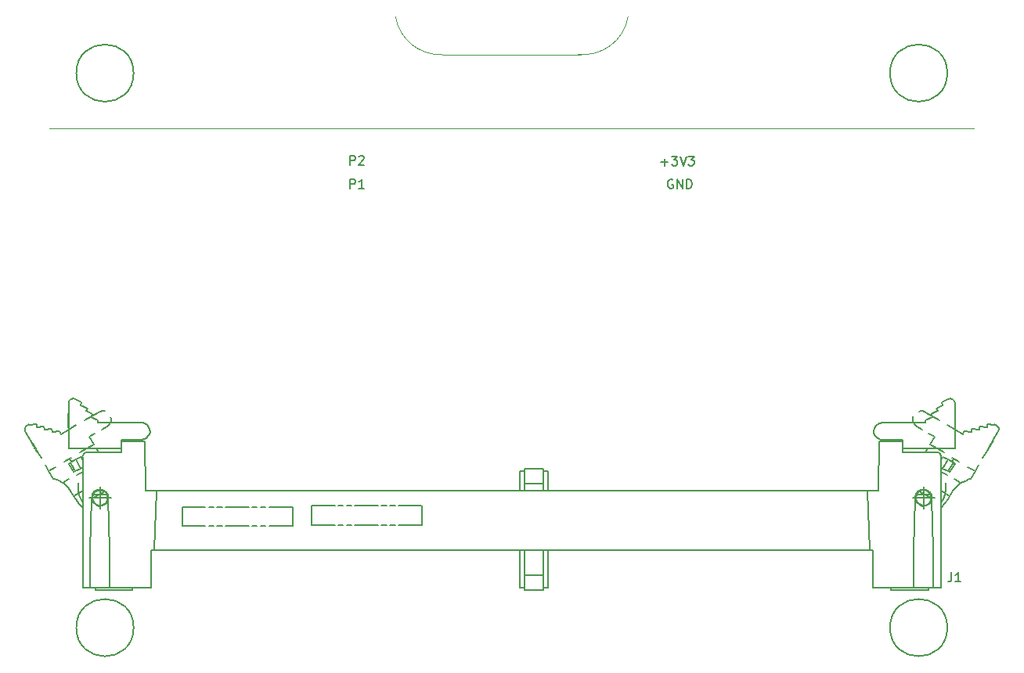
<source format=gbr>
G04 #@! TF.GenerationSoftware,KiCad,Pcbnew,5.0.2-bee76a0~70~ubuntu18.04.1*
G04 #@! TF.CreationDate,2020-04-09T14:35:26+02:00*
G04 #@! TF.ProjectId,ModulAdapter,4d6f6475-6c41-4646-9170-7465722e6b69,rev?*
G04 #@! TF.SameCoordinates,Original*
G04 #@! TF.FileFunction,Legend,Top*
G04 #@! TF.FilePolarity,Positive*
%FSLAX46Y46*%
G04 Gerber Fmt 4.6, Leading zero omitted, Abs format (unit mm)*
G04 Created by KiCad (PCBNEW 5.0.2-bee76a0~70~ubuntu18.04.1) date Do 09 Apr 2020 14:35:26 CEST*
%MOMM*%
%LPD*%
G01*
G04 APERTURE LIST*
%ADD10C,0.100000*%
%ADD11C,0.150000*%
G04 APERTURE END LIST*
D10*
X107122908Y-71957735D02*
G75*
G03X112573000Y-67900000I624092J4850735D01*
G01*
X92451948Y-71993670D02*
G75*
G02X87427000Y-67900000I-198948J4886670D01*
G01*
X92500000Y-72000000D02*
X107500000Y-72000000D01*
X50000000Y-80000000D02*
X150000000Y-80000000D01*
D11*
G04 #@! TO.C,J1*
X143824978Y-119500400D02*
X143761378Y-119595600D01*
X144047398Y-119278320D02*
X143824978Y-119500400D01*
X145350108Y-119785940D02*
X145286508Y-119595580D01*
X145350108Y-120008040D02*
X145350108Y-119785940D01*
X144142718Y-119214830D02*
X144047418Y-119278330D01*
X144365138Y-119119630D02*
X144142718Y-119214830D01*
X144619328Y-119119630D02*
X144365138Y-119119630D01*
X144873508Y-119183130D02*
X144619328Y-119119630D01*
X145095928Y-119341770D02*
X144873508Y-119183130D01*
X145286568Y-119595580D02*
X145095928Y-119341770D01*
X145318338Y-120230150D02*
X145381938Y-120008060D01*
X145191248Y-120452240D02*
X145318338Y-120230150D01*
X144937058Y-120674330D02*
X145191248Y-120452240D01*
X144682868Y-120769530D02*
X144937058Y-120674330D01*
X144460458Y-120801230D02*
X144682868Y-120769530D01*
X144206268Y-120706030D02*
X144460458Y-120801230D01*
X143952078Y-120547390D02*
X144206268Y-120706030D01*
X143761438Y-120325300D02*
X143952078Y-120547390D01*
X143697838Y-120071490D02*
X143761438Y-120325300D01*
X143697838Y-119817680D02*
X143697838Y-120071490D01*
X143761438Y-119595580D02*
X143697838Y-119817680D01*
X145381888Y-120008040D02*
X144047398Y-119246590D01*
X53588427Y-115375870D02*
X53556677Y-115534500D01*
X53683747Y-115217230D02*
X53588427Y-115375870D01*
X53874388Y-115058600D02*
X53683747Y-115217230D01*
X54065028Y-115026900D02*
X53874388Y-115058600D01*
X56352744Y-120008020D02*
X56352716Y-119944580D01*
X56289174Y-120261830D02*
X56352744Y-120008020D01*
X56162075Y-120515650D02*
X56289174Y-120261830D01*
X55907893Y-120706010D02*
X56162075Y-120515650D01*
X55685473Y-120801210D02*
X55907893Y-120706010D01*
X55431291Y-120832910D02*
X55685473Y-120801210D01*
X55177101Y-120801210D02*
X55431291Y-120832910D01*
X54954689Y-120642570D02*
X55177101Y-120801210D01*
X54732270Y-120420480D02*
X54954689Y-120642570D01*
X54605179Y-120198400D02*
X54732270Y-120420480D01*
X54605222Y-119944640D02*
X54605179Y-120198400D01*
X54605222Y-119881140D02*
X54605222Y-119944640D01*
X54636972Y-119627330D02*
X54605222Y-119881140D01*
X54764070Y-119373520D02*
X54636972Y-119627330D01*
X55018253Y-119183150D02*
X54764070Y-119373520D01*
X55272443Y-119087950D02*
X55018253Y-119183150D01*
X55494854Y-119056250D02*
X55272443Y-119087950D01*
X55749044Y-119087950D02*
X55494854Y-119056250D01*
X56003234Y-119246590D02*
X55749044Y-119087950D01*
X56225646Y-119468680D02*
X56003234Y-119246590D01*
X56320966Y-119690760D02*
X56225646Y-119468680D01*
X56352716Y-119944580D02*
X56320966Y-119690760D01*
X146080868Y-115058620D02*
X145922008Y-115026920D01*
X146271508Y-115153820D02*
X146080868Y-115058620D01*
X146398608Y-115344180D02*
X146271508Y-115153820D01*
X146430408Y-115534540D02*
X146398608Y-115344180D01*
X145413718Y-120008020D02*
X145413658Y-119944580D01*
X145350118Y-120261830D02*
X145413718Y-120008020D01*
X145223028Y-120515650D02*
X145350118Y-120261830D01*
X144968838Y-120706010D02*
X145223028Y-120515650D01*
X144746418Y-120801210D02*
X144968838Y-120706010D01*
X144492228Y-120832910D02*
X144746418Y-120801210D01*
X144238038Y-120801210D02*
X144492228Y-120832910D01*
X144015628Y-120642570D02*
X144238038Y-120801210D01*
X143761438Y-120420480D02*
X144015628Y-120642570D01*
X143666138Y-120198400D02*
X143761438Y-120420480D01*
X143634388Y-119944640D02*
X143666138Y-120198400D01*
X143634388Y-119881140D02*
X143634388Y-119944640D01*
X143697988Y-119627330D02*
X143634388Y-119881140D01*
X143825078Y-119373520D02*
X143697988Y-119627330D01*
X144079268Y-119183150D02*
X143825078Y-119373520D01*
X144333458Y-119087950D02*
X144079268Y-119183150D01*
X144555868Y-119056250D02*
X144333458Y-119087950D01*
X144810058Y-119087950D02*
X144555868Y-119056250D01*
X145064248Y-119246590D02*
X144810058Y-119087950D01*
X145286658Y-119468680D02*
X145064248Y-119246590D01*
X145381958Y-119690760D02*
X145286658Y-119468680D01*
X145413658Y-119944580D02*
X145381958Y-119690760D01*
X137629158Y-125623700D02*
X137597458Y-125623700D01*
X138677688Y-125623700D02*
X139027198Y-125623700D01*
X137629158Y-125623700D02*
X137851578Y-125623700D01*
X137629158Y-125623700D02*
X137629158Y-125623700D01*
X138677688Y-125623700D02*
X137851578Y-125623700D01*
X138677688Y-125623700D02*
X138455278Y-119151410D01*
X137438518Y-125623700D02*
X137597388Y-125623700D01*
X137247878Y-125623700D02*
X137438518Y-125623700D01*
X137025468Y-125623700D02*
X137247878Y-125623700D01*
X136834828Y-125623700D02*
X137025468Y-125623700D01*
X136644188Y-125623700D02*
X136834828Y-125623700D01*
X136453548Y-125623700D02*
X136644188Y-125623700D01*
X136231138Y-125623700D02*
X136453548Y-125623700D01*
X136040498Y-125623700D02*
X136231138Y-125623700D01*
X135849858Y-125623700D02*
X136040498Y-125623700D01*
X135849858Y-125623700D02*
X135659218Y-125623700D01*
X146430408Y-115534540D02*
X146430408Y-129653020D01*
X143443698Y-125623700D02*
X143634338Y-119912860D01*
X145413658Y-119912860D02*
X145604298Y-125623700D01*
X60324397Y-113853010D02*
X57750749Y-113853010D01*
X60356168Y-119151410D02*
X61563561Y-119151410D01*
X54414539Y-125623700D02*
X54573408Y-119912860D01*
X101343908Y-129653020D02*
X100899076Y-129653020D01*
X101375678Y-129653020D02*
X101343908Y-129653020D01*
X103409178Y-129653020D02*
X103440948Y-129653020D01*
X100899076Y-125623700D02*
X100899076Y-129653020D01*
X101343905Y-129653020D02*
X101343905Y-125623700D01*
X56543356Y-129653020D02*
X60959869Y-129653020D01*
X54414539Y-129653020D02*
X53588427Y-129653020D01*
X54414539Y-129653020D02*
X56543356Y-129653020D01*
X54414539Y-129653020D02*
X54414539Y-125623700D01*
X56543356Y-125623700D02*
X56543356Y-129653020D01*
X53588427Y-129653020D02*
X53588427Y-115534540D01*
X60959869Y-125623700D02*
X60959869Y-129653020D01*
X56543356Y-125623700D02*
X56352716Y-119912860D01*
X143443698Y-129653020D02*
X145604298Y-129653020D01*
X143443698Y-129653020D02*
X139027198Y-129653020D01*
X143443698Y-129653020D02*
X143443698Y-125623700D01*
X139027198Y-125623700D02*
X139027198Y-129653020D01*
X54573408Y-115058640D02*
X54446310Y-115058640D01*
X55272421Y-115058640D02*
X54573408Y-115058640D01*
X55876114Y-115058640D02*
X57750749Y-115058640D01*
X54382768Y-115058640D02*
X54446338Y-115058640D01*
X54382768Y-115058640D02*
X54065028Y-115058640D01*
X61341150Y-125623700D02*
X61976614Y-125623700D01*
X61341150Y-125623700D02*
X61563561Y-119151410D01*
X63946569Y-125623700D02*
X64168980Y-125623700D01*
X63946569Y-125623700D02*
X63755928Y-125623700D01*
X64168980Y-125623700D02*
X93877147Y-125623700D01*
X63565288Y-125623700D02*
X63755928Y-125623700D01*
X63342876Y-125623700D02*
X63565288Y-125623700D01*
X63152236Y-125623700D02*
X63342876Y-125623700D01*
X62961595Y-125623700D02*
X62739176Y-125623700D01*
X62961595Y-125623700D02*
X63152236Y-125623700D01*
X62167254Y-125623700D02*
X61976614Y-125623700D01*
X62357895Y-125623700D02*
X62580314Y-125623700D01*
X62357895Y-125623700D02*
X62167254Y-125623700D01*
X62739176Y-125623700D02*
X62580314Y-125623700D01*
X145604298Y-129653020D02*
X146430408Y-129653020D01*
X61341150Y-125623700D02*
X60959869Y-125623700D01*
X145604298Y-125623700D02*
X145604298Y-129653020D01*
X135659218Y-125623700D02*
X106109920Y-125623700D01*
X145604298Y-115058640D02*
X145922028Y-115058640D01*
X142236318Y-115058640D02*
X144142718Y-115058640D01*
X135849858Y-119151410D02*
X106109920Y-119151410D01*
X139630888Y-119151410D02*
X139694488Y-113853010D01*
X138455278Y-119151410D02*
X137851578Y-119151410D01*
X138455278Y-119151410D02*
X139630888Y-119151410D01*
X137247878Y-119151410D02*
X137629158Y-119151410D01*
X136453548Y-119151410D02*
X136040498Y-119151410D01*
X137025468Y-119151410D02*
X136644188Y-119151410D01*
X137247878Y-119151410D02*
X137025468Y-119151410D01*
X137629158Y-119151410D02*
X137851578Y-119151410D01*
X136453548Y-119151410D02*
X136644188Y-119151410D01*
X135849858Y-119151410D02*
X136040498Y-119151410D01*
X57750749Y-114646180D02*
X57750749Y-113853010D01*
X55876114Y-115058640D02*
X55272421Y-115058640D01*
X57750749Y-115058640D02*
X57750749Y-114646180D01*
X64168980Y-119151410D02*
X98706710Y-119151410D01*
X63342876Y-119151410D02*
X62961595Y-119151410D01*
X63565288Y-119151410D02*
X63946569Y-119151410D01*
X61563561Y-119151410D02*
X62167254Y-119151410D01*
X60356168Y-119151410D02*
X60324418Y-113853010D01*
X62357895Y-119151410D02*
X62739176Y-119151410D01*
X62357895Y-119151410D02*
X62167254Y-119151410D01*
X62961595Y-119151410D02*
X62739176Y-119151410D01*
X101343905Y-117089160D02*
X101375675Y-117089160D01*
X63565288Y-119151410D02*
X63342876Y-119151410D01*
X64168980Y-119151410D02*
X63946569Y-119151410D01*
X103440951Y-117089160D02*
X103885779Y-117089160D01*
X103440951Y-117089160D02*
X103409181Y-117089160D01*
X103885779Y-119151410D02*
X103885779Y-117089160D01*
X103440951Y-117089160D02*
X103440951Y-119151410D01*
X101343905Y-117089160D02*
X100899076Y-117089160D01*
X104680115Y-119151410D02*
X104298834Y-119151410D01*
X104902529Y-119151410D02*
X105283810Y-119151410D01*
X104076420Y-119151410D02*
X100708436Y-119151410D01*
X104298834Y-119151410D02*
X104076420Y-119151410D01*
X104680115Y-119151410D02*
X104902529Y-119151410D01*
X101343905Y-117089160D02*
X101343905Y-119151410D01*
X100899076Y-119151410D02*
X100899076Y-117089160D01*
X105887505Y-119151410D02*
X105506224Y-119151410D01*
X105887505Y-119151410D02*
X106109920Y-119151410D01*
X105283810Y-119151410D02*
X105506224Y-119151410D01*
X100104741Y-119151410D02*
X100517795Y-119151410D01*
X99914100Y-119151410D02*
X99501045Y-119151410D01*
X100517795Y-119151410D02*
X100708436Y-119151410D01*
X99914100Y-119151410D02*
X100104741Y-119151410D01*
X98897350Y-119151410D02*
X99310405Y-119151410D01*
X98897350Y-119151410D02*
X98706710Y-119151410D01*
X99310405Y-119151410D02*
X99501045Y-119151410D01*
X94512616Y-125623700D02*
X94321976Y-125623700D01*
X98897350Y-125623700D02*
X98706710Y-125623700D01*
X100104741Y-125623700D02*
X99914100Y-125623700D01*
X100104741Y-125623700D02*
X100295381Y-125623700D01*
X99310405Y-125623700D02*
X99501045Y-125623700D01*
X99310405Y-125623700D02*
X98897350Y-125623700D01*
X99914100Y-125623700D02*
X99501045Y-125623700D01*
X100295381Y-125623700D02*
X100517795Y-125623700D01*
X95656460Y-125623700D02*
X95529366Y-125623700D01*
X95656460Y-125623700D02*
X98706710Y-125623700D01*
X95116311Y-125623700D02*
X95529366Y-125623700D01*
X94925671Y-125623700D02*
X95116311Y-125623700D01*
X94512616Y-125623700D02*
X94925671Y-125623700D01*
X93908921Y-125623700D02*
X93877151Y-125623700D01*
X94321976Y-125623700D02*
X93908921Y-125623700D01*
X100708436Y-125623700D02*
X100517795Y-125623700D01*
X103885779Y-125623700D02*
X100708436Y-125623700D01*
X104680115Y-125623700D02*
X104902529Y-125623700D01*
X104680115Y-125623700D02*
X104489475Y-125623700D01*
X54541630Y-111124500D02*
X55335971Y-110680320D01*
X53588427Y-115851810D02*
X53366015Y-115502810D01*
X53270695Y-115058640D02*
X54033257Y-114646180D01*
X51586701Y-116073890D02*
X52349263Y-115629720D01*
X52571682Y-109220910D02*
X52381042Y-109252610D01*
X52762323Y-109252610D02*
X52571682Y-109220910D01*
X52444583Y-116042170D02*
X52190401Y-115756630D01*
X53429543Y-120198400D02*
X53588405Y-120452210D01*
X53207124Y-119722490D02*
X53429543Y-120198400D01*
X53111804Y-119278320D02*
X53207124Y-119722490D01*
X53080054Y-118802410D02*
X53111804Y-119278320D01*
X54636930Y-119817680D02*
X54636930Y-120039760D01*
X54700500Y-119595580D02*
X54636930Y-119817680D01*
X56066755Y-119341770D02*
X55971435Y-119278270D01*
X56257395Y-119595580D02*
X56066755Y-119341770D01*
X67759381Y-122990370D02*
X67251009Y-122990370D01*
X68712584Y-122990370D02*
X68140662Y-122990370D01*
X52031531Y-111632130D02*
X52063281Y-111632130D01*
X52063302Y-111695580D02*
X52031552Y-111695580D01*
X52031531Y-111727310D02*
X52063281Y-111727310D01*
X52031531Y-111632130D02*
X52031531Y-111695630D01*
X52031531Y-111568670D02*
X52031531Y-111441770D01*
X52031531Y-111727310D02*
X52031531Y-111695610D01*
X52031531Y-111727310D02*
X52031531Y-111759010D01*
X52031531Y-111632130D02*
X52031531Y-111568630D01*
X48504659Y-114646180D02*
X48536430Y-114741380D01*
X48472909Y-114646180D02*
X48504659Y-114646180D01*
X48472909Y-114646180D02*
X48409339Y-114582680D01*
X49457883Y-112583980D02*
X49426133Y-112234940D01*
X50252216Y-112520480D02*
X49457883Y-112583980D01*
X50379315Y-117914060D02*
X50538177Y-117945760D01*
X90254976Y-122926910D02*
X87744875Y-122926910D01*
X72843128Y-120928110D02*
X73383279Y-120928110D01*
X71921703Y-120928110D02*
X72461847Y-120928110D01*
X52031531Y-111251410D02*
X52063281Y-111251410D01*
X52063302Y-111283130D02*
X52031552Y-111283130D01*
X52031531Y-111346590D02*
X52063281Y-111346590D01*
X52031531Y-111251410D02*
X52031531Y-111283110D01*
X52031531Y-111251410D02*
X52031531Y-111219710D01*
X52031531Y-111346590D02*
X52031531Y-111283090D01*
X67251009Y-120928110D02*
X67759381Y-120928110D01*
X64359621Y-120928110D02*
X66869727Y-120928110D01*
X143824978Y-119500400D02*
X143761378Y-119595600D01*
X144047398Y-119278320D02*
X143824978Y-119500400D01*
X145350108Y-119785940D02*
X145286508Y-119595580D01*
X145350108Y-120008040D02*
X145350108Y-119785940D01*
X144142718Y-119214830D02*
X144047418Y-119278330D01*
X144365138Y-119119630D02*
X144142718Y-119214830D01*
X147764848Y-109347790D02*
X147574208Y-109252590D01*
X147891938Y-109538150D02*
X147764848Y-109347790D01*
X147955538Y-109728510D02*
X147891938Y-109538150D01*
X147796668Y-115756630D02*
X147574248Y-116042170D01*
X146938758Y-119056230D02*
X146938758Y-118802410D01*
X146843458Y-119500400D02*
X146938758Y-119056230D01*
X144937058Y-120674330D02*
X145191248Y-120452240D01*
X144682868Y-120769530D02*
X144937058Y-120674330D01*
X144460458Y-120801230D02*
X144682868Y-120769530D01*
X144206268Y-120706030D02*
X144460458Y-120801230D01*
X143952078Y-120547390D02*
X144206268Y-120706030D01*
X143761438Y-120325300D02*
X143952078Y-120547390D01*
X53175375Y-120610850D02*
X53588427Y-121023290D01*
X52825865Y-120134940D02*
X53175375Y-120610850D01*
X56448036Y-112044580D02*
X56575135Y-111854210D01*
X50983008Y-118104420D02*
X50538177Y-117945780D01*
X51427839Y-118358210D02*
X50983008Y-118104420D01*
X51554930Y-118453410D02*
X51427839Y-118358210D01*
X52031531Y-118865870D02*
X51554930Y-118453410D01*
X52349263Y-119341770D02*
X52031531Y-118865870D01*
X56225624Y-112234940D02*
X56448036Y-112044580D01*
X55494833Y-110616840D02*
X55335971Y-110712060D01*
X55749023Y-110585140D02*
X55494833Y-110616840D01*
X55971463Y-110585140D02*
X55749023Y-110585140D01*
X48123378Y-113979950D02*
X48059829Y-113884720D01*
X48091628Y-114011650D02*
X48123378Y-113979950D01*
X48059850Y-113884740D02*
X48028100Y-113916440D01*
X145318338Y-110902410D02*
X146049128Y-110553420D01*
X145953808Y-114646180D02*
X142236318Y-114646180D01*
X143411928Y-111854210D02*
X144746418Y-111854210D01*
X143411928Y-111854210D02*
X140043948Y-111854210D01*
X145445428Y-111124500D02*
X145318338Y-110902410D01*
X52063302Y-111568630D02*
X52063302Y-111441770D01*
X52063302Y-111632080D02*
X52063302Y-111568630D01*
X52063302Y-111695610D02*
X52063302Y-111632080D01*
X52063302Y-111727330D02*
X52063302Y-111695610D01*
X52063302Y-111759030D02*
X52063302Y-111727330D01*
X52063302Y-111854210D02*
X52063302Y-111981130D01*
X52063302Y-111854210D02*
X52063302Y-111759010D01*
X52063302Y-112076260D02*
X52063302Y-111981110D01*
X52063302Y-112139760D02*
X52063302Y-112076260D01*
X147923758Y-112330120D02*
X147955558Y-112330120D01*
X147828438Y-115724900D02*
X147796638Y-115756600D01*
X52857643Y-115788350D02*
X52253943Y-116137350D01*
X52794094Y-117089160D02*
X53397786Y-116771890D01*
X146621048Y-115502810D02*
X146430408Y-115851810D01*
X145445428Y-111124500D02*
X144682868Y-110680320D01*
X144682868Y-115058640D02*
X144937058Y-114646180D01*
X55463062Y-121118470D02*
X55463062Y-118770690D01*
X49870935Y-117057430D02*
X50665276Y-116613250D01*
X49870935Y-117057430D02*
X50379315Y-117914060D01*
X54319218Y-113345380D02*
X54922911Y-112996380D01*
X54319218Y-113345380D02*
X54827591Y-114202010D01*
X48345810Y-114487550D02*
X48314060Y-114392350D01*
X48472909Y-114646180D02*
X48536479Y-114741380D01*
X48441131Y-114551000D02*
X48409381Y-114582700D01*
X73383279Y-122990370D02*
X72843128Y-122990370D01*
X76274659Y-122990370D02*
X73764560Y-122990370D01*
X48536451Y-114741360D02*
X48568201Y-114836560D01*
X48441131Y-114551000D02*
X48504701Y-114646200D01*
X47996308Y-113757830D02*
X47964558Y-113726130D01*
X52063302Y-110870680D02*
X52031552Y-110870680D01*
X52031531Y-110902410D02*
X52063281Y-110902410D01*
X52063302Y-110997590D02*
X52031552Y-110997590D01*
X52031531Y-110807230D02*
X52063281Y-110807230D01*
X52063302Y-111092770D02*
X52031552Y-111092770D01*
X52031531Y-111759030D02*
X52063281Y-111759030D01*
X52063302Y-111854210D02*
X52031552Y-111854210D01*
X52031531Y-111981130D02*
X52063281Y-111981130D01*
X69062094Y-120928110D02*
X71540422Y-120928110D01*
X68140662Y-120928110D02*
X68712584Y-120928110D01*
X52794094Y-117089160D02*
X52253943Y-116137350D01*
X52857643Y-115788350D02*
X53397786Y-116771890D01*
X50283995Y-112869500D02*
X50252245Y-112520480D01*
X51078328Y-112774300D02*
X50283995Y-112869500D01*
X51237198Y-113059840D02*
X51078328Y-112774300D01*
X52031531Y-110997590D02*
X52031531Y-110902390D01*
X52031531Y-112076310D02*
X52063281Y-112076310D01*
X52063302Y-112139760D02*
X52031552Y-112139760D01*
X52031531Y-112234940D02*
X52063281Y-112234940D01*
X52063302Y-112266670D02*
X52031552Y-112266670D01*
X52031531Y-112330120D02*
X52063281Y-112330120D01*
X52063302Y-111219680D02*
X52031552Y-111219680D01*
X142236318Y-114646180D02*
X142236318Y-113853010D01*
X142236318Y-115058640D02*
X142236318Y-114646180D01*
X52063302Y-110902390D02*
X52063302Y-110870710D01*
X52063302Y-110997570D02*
X52063302Y-110902390D01*
X52063302Y-111092770D02*
X52063302Y-110997570D01*
X52063302Y-111283130D02*
X52063302Y-111346630D01*
X52063302Y-110807230D02*
X52063302Y-109728510D01*
X52063302Y-112552210D02*
X52063302Y-114646180D01*
X54668729Y-110902410D02*
X53937937Y-110553420D01*
X54541630Y-111124500D02*
X54668729Y-110902410D01*
X54033257Y-114646180D02*
X52063302Y-114646180D01*
X52063302Y-112552210D02*
X52857643Y-112108030D01*
X47964529Y-113726110D02*
X47392607Y-112774300D01*
X48250490Y-114202010D02*
X48218740Y-114233710D01*
X56638677Y-119912860D02*
X54287447Y-119912860D01*
X144523998Y-121118470D02*
X144523998Y-118770690D01*
X143348378Y-119912860D02*
X145699618Y-119912860D01*
X52158623Y-115724900D02*
X52190373Y-115756600D01*
X76274659Y-120928110D02*
X76274659Y-122990370D01*
X73764560Y-120928110D02*
X76274659Y-120928110D01*
X47360836Y-112583940D02*
X47392586Y-112774300D01*
X47360837Y-112425300D02*
X47360836Y-112583940D01*
X47456157Y-112234940D02*
X47360837Y-112425300D01*
X47615026Y-112076350D02*
X47456157Y-112234940D01*
X47805667Y-112012850D02*
X47615026Y-112076350D01*
X87395367Y-122926910D02*
X86823445Y-122926910D01*
X82692899Y-122926910D02*
X82120977Y-122926910D01*
X86473937Y-122926910D02*
X85902016Y-122926910D01*
X53588427Y-116644980D02*
X53397786Y-116771890D01*
X147955538Y-110807230D02*
X147923738Y-110807230D01*
X56003213Y-110585140D02*
X55971463Y-110585140D01*
X56670427Y-111378310D02*
X56606885Y-111187950D01*
X56638705Y-111632130D02*
X56670427Y-111378310D01*
X56575135Y-111854210D02*
X56638705Y-111632130D01*
X52031531Y-112234940D02*
X52031531Y-112266640D01*
X52031531Y-112139760D02*
X52031531Y-112076260D01*
X52031531Y-112266670D02*
X52031531Y-112330170D01*
X52031531Y-112076310D02*
X52031531Y-111981110D01*
X52031531Y-112139760D02*
X52031531Y-112234960D01*
X52031531Y-111441790D02*
X52063281Y-111441770D01*
X52031531Y-111346590D02*
X52031531Y-111441790D01*
X52031531Y-110838960D02*
X52063281Y-110838960D01*
X52126852Y-117945780D02*
X51427839Y-118358230D01*
X53588427Y-117120880D02*
X52921185Y-117501600D01*
X48631751Y-114963400D02*
X48695341Y-114963460D01*
X48695321Y-115026940D02*
X48631751Y-114963400D01*
X48695321Y-115058640D02*
X48695321Y-115026940D01*
X52635224Y-117184360D02*
X52063302Y-116264250D01*
X52794094Y-117089160D02*
X52635224Y-117184360D01*
X54033257Y-114646180D02*
X57750749Y-114646180D01*
X55240650Y-111854210D02*
X55240650Y-111536950D01*
X56575135Y-111854210D02*
X55240650Y-111854210D01*
X57750749Y-113662650D02*
X59943116Y-113662650D01*
X54096807Y-110267870D02*
X53937937Y-110553420D01*
X54096807Y-110267870D02*
X53366015Y-109918870D01*
X54509859Y-111219680D02*
X55240650Y-111536950D01*
X52063302Y-111568670D02*
X52031552Y-111568670D01*
X144746418Y-115058640D02*
X144142718Y-115058640D01*
X145413658Y-115058640D02*
X144746418Y-115058640D01*
X145540748Y-115058640D02*
X145604348Y-115058640D01*
X142236318Y-113853010D02*
X139694438Y-113853010D01*
X142236318Y-114646180D02*
X142236318Y-113853010D01*
X142236318Y-115058640D02*
X142236318Y-114646180D01*
X137629158Y-125623700D02*
X137851578Y-125623700D01*
X137025468Y-125623700D02*
X137247878Y-125623700D01*
X136453548Y-125623700D02*
X136644188Y-125623700D01*
X136040498Y-125623700D02*
X135849858Y-125623700D01*
X64168980Y-125623700D02*
X63946569Y-125623700D01*
X63565288Y-125623700D02*
X63342876Y-125623700D01*
X62739176Y-125623700D02*
X62961595Y-125623700D01*
X48186948Y-114106830D02*
X48186948Y-114106830D01*
X48218698Y-114138530D02*
X48186969Y-114138550D01*
X48186920Y-114106830D02*
X48218698Y-114138530D01*
X71540422Y-122990370D02*
X69062094Y-122990370D01*
X72461847Y-122990370D02*
X71921703Y-122990370D01*
X52063302Y-112266670D02*
X52063302Y-112234970D01*
X52063302Y-112266670D02*
X52063302Y-112330170D01*
X52063302Y-112139760D02*
X52063302Y-112234960D01*
X52063302Y-111251430D02*
X52063302Y-111219710D01*
X52063302Y-111283130D02*
X52063302Y-111251430D01*
X52063302Y-111346590D02*
X52063302Y-111441790D01*
X52063302Y-111092770D02*
X52063302Y-111219680D01*
X52063302Y-110838960D02*
X52063302Y-110870660D01*
X52063302Y-110838960D02*
X52063302Y-110807260D01*
X151387068Y-111949400D02*
X151387068Y-112298390D01*
X151387068Y-111949400D02*
X152213168Y-112044600D01*
X152022508Y-113726130D02*
X151291748Y-115026900D01*
X152054308Y-113757830D02*
X152022508Y-113726130D01*
X52063302Y-112552210D02*
X51237198Y-113059840D01*
X54033257Y-114646180D02*
X54827591Y-114202010D01*
X47996308Y-113821290D02*
X48028058Y-113916490D01*
X48059850Y-113884740D02*
X48028100Y-113821240D01*
X48028079Y-113916470D02*
X48091649Y-114011670D01*
X48409360Y-114519280D02*
X48409360Y-114519280D01*
X48314039Y-114392370D02*
X48345789Y-114392370D01*
X48345810Y-114487550D02*
X48377560Y-114487550D01*
X49108373Y-115661450D02*
X48727092Y-115026900D01*
X49870935Y-117057430D02*
X49521433Y-116422890D01*
X55590174Y-120769530D02*
X55844364Y-120706030D01*
X55335991Y-120769530D02*
X55590174Y-120769530D01*
X55081801Y-120706030D02*
X55335991Y-120769530D01*
X54859390Y-120515670D02*
X55081801Y-120706030D01*
X54700520Y-120261850D02*
X54859390Y-120515670D01*
X54636950Y-120008040D02*
X54700520Y-120261850D01*
X60070257Y-111854110D02*
X59943166Y-111854110D01*
X60324447Y-111917610D02*
X60070257Y-111854110D01*
X60546858Y-112076240D02*
X60324447Y-111917610D01*
X52603453Y-119754220D02*
X52825865Y-120134940D01*
X53588427Y-119183130D02*
X52603453Y-119754220D01*
X53779067Y-111568670D02*
X54541630Y-111124500D01*
X62167254Y-125623700D02*
X62357895Y-125623700D01*
X100517795Y-125623700D02*
X100708436Y-125623700D01*
X100104741Y-125623700D02*
X99914100Y-125623700D01*
X98706710Y-125623700D02*
X98897350Y-125623700D01*
X99501045Y-125623700D02*
X99310405Y-125623700D01*
X105887505Y-125623700D02*
X106109920Y-125623700D01*
X104902529Y-125623700D02*
X104680115Y-125623700D01*
X105506224Y-125623700D02*
X105283810Y-125623700D01*
X104298834Y-125623700D02*
X104076420Y-125623700D01*
X52095081Y-109538170D02*
X52063331Y-109728530D01*
X52222172Y-109347810D02*
X52095081Y-109538170D01*
X52381042Y-109252610D02*
X52222172Y-109347810D01*
X144746418Y-111854210D02*
X144746418Y-111536950D01*
X145540748Y-115058640D02*
X145604348Y-115058640D01*
X53366015Y-115502810D02*
X52857643Y-115788350D01*
X55653703Y-112583940D02*
X56225624Y-112234940D01*
X64359621Y-122990370D02*
X64359621Y-120928110D01*
X66869727Y-122990370D02*
X64391400Y-122990370D01*
X54764049Y-119500400D02*
X54700479Y-119595600D01*
X54986460Y-119278320D02*
X54764049Y-119500400D01*
X55240650Y-119151410D02*
X54986460Y-119278320D01*
X55463062Y-119087910D02*
X55240650Y-119151410D01*
X55717252Y-119151410D02*
X55463062Y-119087910D01*
X55971434Y-119278320D02*
X55717252Y-119151410D01*
X56289166Y-119785940D02*
X56225596Y-119595580D01*
X56289166Y-120039760D02*
X56289166Y-119785940D01*
X56257416Y-120293580D02*
X56289166Y-120039760D01*
X56066775Y-120515670D02*
X56257416Y-120293580D01*
X55844364Y-120706030D02*
X56066775Y-120515670D01*
X47996308Y-113789550D02*
X48028058Y-113821250D01*
X47996308Y-113757830D02*
X47932738Y-113757830D01*
X47996308Y-113821290D02*
X48028058Y-113821290D01*
X147701348Y-119214860D02*
X147637748Y-119341770D01*
X148082628Y-118738960D02*
X147701348Y-119214860D01*
X148559228Y-118358230D02*
X148082628Y-118738960D01*
X143602568Y-112108030D02*
X143793208Y-112234940D01*
X143443698Y-111854210D02*
X143602568Y-112108030D01*
X52031531Y-111854230D02*
X52031531Y-111981130D01*
X52031531Y-111759030D02*
X52031531Y-111854230D01*
X52031531Y-110838960D02*
X52031531Y-110870660D01*
X52031531Y-110838960D02*
X52031531Y-110807260D01*
X52031531Y-110902410D02*
X52031531Y-110870710D01*
X52031531Y-111092770D02*
X52031531Y-110997570D01*
X52031531Y-111092770D02*
X52031531Y-111219680D01*
X54573408Y-115058640D02*
X54446310Y-115058640D01*
X54573408Y-115058640D02*
X55272421Y-115058640D01*
X54382768Y-115058640D02*
X54446338Y-115058640D01*
X53080054Y-118358230D02*
X53080054Y-118802410D01*
X53493107Y-109601610D02*
X52794094Y-109252610D01*
X56257395Y-119595580D02*
X54700500Y-119595580D01*
X47996308Y-113789530D02*
X47964558Y-113789550D01*
X47996308Y-113757830D02*
X47996308Y-113789530D01*
X47996308Y-113821290D02*
X47964558Y-113789590D01*
X105093170Y-125623700D02*
X104902529Y-125623700D01*
X105887505Y-125623700D02*
X106109920Y-125623700D01*
X105506224Y-125623700D02*
X105283810Y-125623700D01*
X105696865Y-125623700D02*
X105506224Y-125623700D01*
X105696865Y-125623700D02*
X105887505Y-125623700D01*
X105093170Y-125623700D02*
X105283810Y-125623700D01*
X103440951Y-125623700D02*
X103440951Y-129653020D01*
X104076420Y-125623700D02*
X103885779Y-125623700D01*
X104298834Y-125623700D02*
X104489475Y-125623700D01*
X104076420Y-125623700D02*
X104298834Y-125623700D01*
X103885779Y-129653020D02*
X103885779Y-125623700D01*
X103885779Y-129653020D02*
X103440951Y-129653020D01*
X145413658Y-115058640D02*
X145540748Y-115058640D01*
X141028918Y-129970290D02*
X145032378Y-129970290D01*
X54954689Y-129653020D02*
X54954689Y-129970290D01*
X58958142Y-129970290D02*
X58958142Y-129653020D01*
X54954689Y-129970290D02*
X58958142Y-129970290D01*
X147383568Y-109220890D02*
X147224698Y-109252590D01*
X147574208Y-109252590D02*
X147383568Y-109220890D01*
X145477208Y-111219680D02*
X145445408Y-111124480D01*
X144142718Y-115058640D02*
X144746418Y-115058640D01*
X147923758Y-112552210D02*
X147923758Y-112330120D01*
X145413658Y-115058640D02*
X145540748Y-115058640D01*
X146716368Y-119976310D02*
X146843458Y-119500400D01*
X146430408Y-120452210D02*
X146716368Y-119976310D01*
X139916808Y-113662640D02*
X140043898Y-113662640D01*
X139694388Y-113567440D02*
X139916808Y-113662640D01*
X139440208Y-113408800D02*
X139694388Y-113567440D01*
X139249568Y-113186710D02*
X139440208Y-113408800D01*
X78371713Y-122926910D02*
X78371713Y-120769480D01*
X146875228Y-120547390D02*
X147161198Y-120134940D01*
X146430408Y-121023290D02*
X146875228Y-120547390D01*
X143380078Y-111695580D02*
X143443758Y-111854210D01*
X143348358Y-111441770D02*
X143380078Y-111695580D01*
X143380158Y-111219720D02*
X143348358Y-111441770D01*
X143697838Y-120071490D02*
X143761438Y-120325300D01*
X143697838Y-119817680D02*
X143697838Y-120071490D01*
X143761438Y-119595580D02*
X143697838Y-119817680D01*
X147955538Y-112330120D02*
X147955538Y-110807230D01*
X145953808Y-114646180D02*
X147923758Y-114646180D01*
X144619328Y-119119630D02*
X144365138Y-119119630D01*
X144873508Y-119183130D02*
X144619328Y-119119630D01*
X145095928Y-119341770D02*
X144873508Y-119183130D01*
X145286568Y-119595580D02*
X145095928Y-119341770D01*
X145318338Y-120230150D02*
X145381938Y-120008060D01*
X145191248Y-120452240D02*
X145318338Y-120230150D01*
X85552508Y-122926910D02*
X83042407Y-122926910D01*
X80850040Y-122926910D02*
X78371713Y-122926910D01*
X81771469Y-122926910D02*
X81231321Y-122926910D01*
X99501045Y-119151410D02*
X99310405Y-119151410D01*
X100104741Y-119151410D02*
X99914100Y-119151410D01*
X103409178Y-116771890D02*
X103409178Y-117089160D01*
X101375678Y-117089160D02*
X101375678Y-116771890D01*
X103409178Y-117089160D02*
X103409178Y-118421690D01*
X146049128Y-110553420D02*
X145922028Y-110267870D01*
X136040498Y-119151410D02*
X135849858Y-119151410D01*
X137629158Y-119151410D02*
X137851578Y-119151410D01*
X137025468Y-119151410D02*
X137247878Y-119151410D01*
X136453548Y-119151410D02*
X136644188Y-119151410D01*
X150560958Y-112583940D02*
X150560958Y-112234940D01*
X149448878Y-117945780D02*
X149607748Y-117914080D01*
X146716368Y-115058640D02*
X145953808Y-114646180D01*
X148400358Y-116073890D02*
X147637798Y-115629720D01*
X142236318Y-113853010D02*
X142236318Y-113662650D01*
X144746418Y-115058640D02*
X145413658Y-115058640D01*
X48345810Y-114487550D02*
X48377560Y-114455850D01*
X48377589Y-114487550D02*
X48409339Y-114519250D01*
X48377589Y-114487550D02*
X48409339Y-114487550D01*
X48282240Y-114265490D02*
X48345839Y-114392370D01*
X48250490Y-114297190D02*
X48282240Y-114265490D01*
X48250469Y-114297230D02*
X48314060Y-114392390D01*
X48218719Y-114233730D02*
X48186969Y-114138530D01*
X48409360Y-114519280D02*
X48441110Y-114550980D01*
X48409360Y-114519280D02*
X48409360Y-114487580D01*
X146938778Y-118358230D02*
X146938778Y-118802410D01*
X145922028Y-110267870D02*
X146621048Y-109918870D01*
X142236318Y-113662650D02*
X140043948Y-113662650D01*
X145286568Y-119595580D02*
X143761438Y-119595580D01*
X145477208Y-111219680D02*
X144746418Y-111536950D01*
X86823445Y-120769480D02*
X87395367Y-120769480D01*
X85902016Y-120769480D02*
X86473937Y-120769480D01*
X147383608Y-119754220D02*
X146430408Y-119183130D01*
X147383608Y-119754220D02*
X147637798Y-119341770D01*
X147383608Y-119754220D02*
X147161198Y-120134940D01*
X147192968Y-117089160D02*
X147383608Y-117184360D01*
X83042407Y-120769480D02*
X85552508Y-120769480D01*
X82120977Y-120769480D02*
X82692899Y-120769480D01*
X53366015Y-109918870D02*
X53493107Y-109601610D01*
X54636930Y-119817680D02*
X54636930Y-120039760D01*
X54700500Y-119595580D02*
X54636930Y-119817680D01*
X56066755Y-119341770D02*
X55971435Y-119278270D01*
X56257395Y-119595580D02*
X56066755Y-119341770D01*
X54764049Y-119500400D02*
X54700479Y-119595600D01*
X54986460Y-119278320D02*
X54764049Y-119500400D01*
X147764898Y-116137350D02*
X147161198Y-115788350D01*
X147383608Y-117184340D02*
X147923758Y-116264250D01*
X147764898Y-116137350D02*
X147192968Y-117089160D01*
X147764898Y-116137350D02*
X147923758Y-116264250D01*
X146493948Y-109601610D02*
X146621048Y-109918870D01*
X146493948Y-109601610D02*
X147192968Y-109252610D01*
X147923758Y-112552210D02*
X147923758Y-114646180D01*
X147923758Y-110807230D02*
X147923758Y-112330120D01*
X147923758Y-110807230D02*
X147923758Y-109728510D01*
X152657998Y-112393570D02*
X152530908Y-112203210D01*
X152658048Y-112583940D02*
X152657998Y-112393570D01*
X152594448Y-112774300D02*
X152658048Y-112583940D01*
X149004058Y-118136150D02*
X148527458Y-118358230D01*
X149448878Y-117945780D02*
X149004058Y-118136150D01*
X56066775Y-120515670D02*
X56257416Y-120293580D01*
X55844364Y-120706030D02*
X56066775Y-120515670D01*
X55590174Y-120769530D02*
X55844364Y-120706030D01*
X55335991Y-120769530D02*
X55590174Y-120769530D01*
X55081801Y-120706030D02*
X55335991Y-120769530D01*
X54859390Y-120515670D02*
X55081801Y-120706030D01*
X54700520Y-120261850D02*
X54859390Y-120515670D01*
X63946569Y-119151410D02*
X64168980Y-119151410D01*
X63342876Y-119151410D02*
X63565288Y-119151410D01*
X62739176Y-119151410D02*
X62961595Y-119151410D01*
X62357895Y-119151410D02*
X62167254Y-119151410D01*
X105887505Y-119151410D02*
X106109920Y-119151410D01*
X55240650Y-119151410D02*
X54986460Y-119278320D01*
X55463062Y-119087910D02*
X55240650Y-119151410D01*
X55717252Y-119151410D02*
X55463062Y-119087910D01*
X55971434Y-119278320D02*
X55717252Y-119151410D01*
X56289166Y-119785940D02*
X56225596Y-119595580D01*
X56289166Y-120039760D02*
X56289166Y-119785940D01*
X56257416Y-120293580D02*
X56289166Y-120039760D01*
X144365138Y-112583940D02*
X143761438Y-112234940D01*
X145699618Y-113345380D02*
X145095928Y-112996380D01*
X147161198Y-115788350D02*
X146621048Y-115502810D01*
X146589268Y-116771890D02*
X147161198Y-115788350D01*
X146430408Y-116644980D02*
X146589268Y-116771890D01*
X57750749Y-113853010D02*
X57750749Y-114646180D01*
X57750749Y-113853010D02*
X57750749Y-113662650D01*
X55876114Y-115058640D02*
X55272421Y-115058640D01*
X57750749Y-114646180D02*
X57750749Y-115058640D01*
X56575135Y-111854210D02*
X59943116Y-111854210D01*
X54541630Y-111124500D02*
X54509880Y-111219700D01*
X101375678Y-129970290D02*
X101375678Y-128320490D01*
X103409178Y-128320490D02*
X103409178Y-129970290D01*
X101375678Y-128320490D02*
X103409178Y-128320490D01*
X103409178Y-129970290D02*
X101375678Y-129970290D01*
X141028918Y-129653020D02*
X141028918Y-129970290D01*
X145032378Y-129970290D02*
X145032378Y-129653020D01*
X48536451Y-114741360D02*
X48536451Y-114741360D01*
X48600000Y-114836540D02*
X48568250Y-114836540D01*
X48600000Y-114836540D02*
X48631750Y-114900040D01*
X143380158Y-111156220D02*
X143380158Y-111219720D01*
X144206268Y-110585140D02*
X144015628Y-110616840D01*
X144460458Y-110585140D02*
X144206268Y-110585140D01*
X144682868Y-110712040D02*
X144460458Y-110585140D01*
X151291748Y-115026900D02*
X150910468Y-115661450D01*
X150560958Y-112583940D02*
X149734838Y-112520440D01*
X151291748Y-115026900D02*
X151291748Y-115058600D01*
X148908738Y-112774300D02*
X149734838Y-112869500D01*
X48695321Y-114995180D02*
X48695321Y-114963480D01*
X48727092Y-115026900D02*
X48695342Y-115058600D01*
X48218719Y-114233730D02*
X48250469Y-114297230D01*
X48282269Y-114265460D02*
X48250519Y-114201960D01*
X48536451Y-114741360D02*
X48600021Y-114836560D01*
X78371713Y-120769480D02*
X80850040Y-120769480D01*
X47932758Y-113757830D02*
X47964508Y-113726130D01*
X47932758Y-113757830D02*
X47964508Y-113789530D01*
X48600000Y-111949400D02*
X47805667Y-112044600D01*
X48218719Y-114138550D02*
X48250469Y-114202050D01*
X48155170Y-114106830D02*
X48186920Y-114138530D01*
X48155170Y-114106830D02*
X48186920Y-114106830D01*
X90254976Y-120769480D02*
X90254976Y-122926910D01*
X87744875Y-120769480D02*
X90223203Y-120769480D01*
X147129418Y-112108030D02*
X147923758Y-112552210D01*
X145445428Y-111124500D02*
X146207988Y-111568670D01*
X145191248Y-114202010D02*
X145699618Y-113345380D01*
X145191248Y-114202010D02*
X145953808Y-114646180D01*
X105283810Y-119151410D02*
X105506224Y-119151410D01*
X104680115Y-119151410D02*
X104902529Y-119151410D01*
X104076420Y-119151410D02*
X104298834Y-119151410D01*
X98897350Y-119151410D02*
X98706710Y-119151410D01*
X100517795Y-119151410D02*
X100708436Y-119151410D01*
X150116118Y-117057430D02*
X149321788Y-116613250D01*
X147891988Y-117945780D02*
X148559228Y-118358230D01*
X146430408Y-117120880D02*
X147065868Y-117501600D01*
X147192968Y-117089160D02*
X146589268Y-116771890D01*
X48155198Y-114106850D02*
X48186920Y-114106830D01*
X48091628Y-114011650D02*
X48155198Y-114106850D01*
X48186948Y-114106830D02*
X48123378Y-113979920D01*
X48631771Y-112298390D02*
X48600021Y-111949400D01*
X48631771Y-112298390D02*
X49426112Y-112234890D01*
X48695341Y-114963460D02*
X48631751Y-114899960D01*
X152054308Y-113757830D02*
X151291748Y-115058640D01*
X152022528Y-113726110D02*
X152594448Y-112774300D01*
X150116118Y-117057430D02*
X149607748Y-117914060D01*
X150465628Y-116422890D02*
X150116118Y-117057430D01*
X54636950Y-120008040D02*
X54700520Y-120261850D01*
X52349263Y-119341770D02*
X52603453Y-119754220D01*
X52253943Y-116137350D02*
X52063302Y-116264250D01*
X55971434Y-119246590D02*
X54636950Y-120008040D01*
X55304192Y-115058640D02*
X55050010Y-114646180D01*
X148781638Y-113059840D02*
X148908738Y-112774300D01*
X148781638Y-113059840D02*
X147923758Y-112552210D01*
X150560958Y-112234940D02*
X151387068Y-112298440D01*
X149734838Y-112520480D02*
X149734838Y-112869480D01*
X48409360Y-114519280D02*
X48409360Y-114582780D01*
X48377560Y-114455870D02*
X48409339Y-114487520D01*
X48345810Y-114392370D02*
X48377560Y-114455870D01*
X101375678Y-118421690D02*
X101375678Y-117089160D01*
X101375678Y-118421690D02*
X103409178Y-118421690D01*
X103409178Y-116771890D02*
X101375678Y-116771890D01*
X152372038Y-112076310D02*
X152213168Y-112012810D01*
X152530908Y-112203210D02*
X152372038Y-112076310D01*
X81231321Y-120769480D02*
X81771469Y-120769480D01*
X48695321Y-114995180D02*
X48727071Y-115026880D01*
X48695321Y-114995180D02*
X48695321Y-115026880D01*
X139154268Y-112932890D02*
X139249568Y-113186710D01*
X139154268Y-112679080D02*
X139154268Y-112932890D01*
X139186068Y-112456990D02*
X139154268Y-112679080D01*
X139313158Y-112203180D02*
X139186068Y-112456990D01*
X139567348Y-112012820D02*
X139313158Y-112203180D01*
X139789758Y-111885910D02*
X139567348Y-112012820D01*
X140043948Y-111854210D02*
X139789758Y-111885910D01*
X60737499Y-112330060D02*
X60546858Y-112076240D01*
X60832819Y-112552140D02*
X60737499Y-112330060D01*
X60864569Y-112805960D02*
X60832819Y-112552140D01*
X60800999Y-113059780D02*
X60864569Y-112805960D01*
X60673908Y-113281860D02*
X60800999Y-113059780D01*
X60451489Y-113503950D02*
X60673908Y-113281860D01*
X60197306Y-113599150D02*
X60451489Y-113503950D01*
X59943116Y-113662650D02*
X60197306Y-113599150D01*
X52063302Y-112330120D02*
X52063302Y-112552210D01*
X48600000Y-114900000D02*
X48568250Y-114836500D01*
X48600000Y-114900000D02*
X48631750Y-114900000D01*
X48600000Y-114900000D02*
X48631750Y-114963500D01*
G04 #@! TO.C,P13*
X59100000Y-74000000D02*
G75*
G03X59100000Y-74000000I-3100000J0D01*
G01*
G04 #@! TO.C,P14*
X147100000Y-74000000D02*
G75*
G03X147100000Y-74000000I-3100000J0D01*
G01*
G04 #@! TO.C,P15*
X59100000Y-134000000D02*
G75*
G03X59100000Y-134000000I-3100000J0D01*
G01*
G04 #@! TO.C,P17*
X147100000Y-134000000D02*
G75*
G03X147100000Y-134000000I-3100000J0D01*
G01*
G04 #@! TO.C,J1*
X147545666Y-128027380D02*
X147545666Y-128741666D01*
X147498047Y-128884523D01*
X147402809Y-128979761D01*
X147259952Y-129027380D01*
X147164714Y-129027380D01*
X148545666Y-129027380D02*
X147974238Y-129027380D01*
X148259952Y-129027380D02*
X148259952Y-128027380D01*
X148164714Y-128170238D01*
X148069476Y-128265476D01*
X147974238Y-128313095D01*
G04 #@! TO.C,P1*
X82497904Y-86482380D02*
X82497904Y-85482380D01*
X82878857Y-85482380D01*
X82974095Y-85530000D01*
X83021714Y-85577619D01*
X83069333Y-85672857D01*
X83069333Y-85815714D01*
X83021714Y-85910952D01*
X82974095Y-85958571D01*
X82878857Y-86006190D01*
X82497904Y-86006190D01*
X84021714Y-86482380D02*
X83450285Y-86482380D01*
X83736000Y-86482380D02*
X83736000Y-85482380D01*
X83640761Y-85625238D01*
X83545523Y-85720476D01*
X83450285Y-85768095D01*
G04 #@! TO.C,P2*
X82497904Y-83942380D02*
X82497904Y-82942380D01*
X82878857Y-82942380D01*
X82974095Y-82990000D01*
X83021714Y-83037619D01*
X83069333Y-83132857D01*
X83069333Y-83275714D01*
X83021714Y-83370952D01*
X82974095Y-83418571D01*
X82878857Y-83466190D01*
X82497904Y-83466190D01*
X83450285Y-83037619D02*
X83497904Y-82990000D01*
X83593142Y-82942380D01*
X83831238Y-82942380D01*
X83926476Y-82990000D01*
X83974095Y-83037619D01*
X84021714Y-83132857D01*
X84021714Y-83228095D01*
X83974095Y-83370952D01*
X83402666Y-83942380D01*
X84021714Y-83942380D01*
G04 #@! TO.C,+3V3*
X116145095Y-83624928D02*
X116907000Y-83624928D01*
X116526047Y-84005880D02*
X116526047Y-83243976D01*
X117287952Y-83005880D02*
X117907000Y-83005880D01*
X117573666Y-83386833D01*
X117716523Y-83386833D01*
X117811761Y-83434452D01*
X117859380Y-83482071D01*
X117907000Y-83577309D01*
X117907000Y-83815404D01*
X117859380Y-83910642D01*
X117811761Y-83958261D01*
X117716523Y-84005880D01*
X117430809Y-84005880D01*
X117335571Y-83958261D01*
X117287952Y-83910642D01*
X118192714Y-83005880D02*
X118526047Y-84005880D01*
X118859380Y-83005880D01*
X119097476Y-83005880D02*
X119716523Y-83005880D01*
X119383190Y-83386833D01*
X119526047Y-83386833D01*
X119621285Y-83434452D01*
X119668904Y-83482071D01*
X119716523Y-83577309D01*
X119716523Y-83815404D01*
X119668904Y-83910642D01*
X119621285Y-83958261D01*
X119526047Y-84005880D01*
X119240333Y-84005880D01*
X119145095Y-83958261D01*
X119097476Y-83910642D01*
G04 #@! TO.C,GND*
X117399095Y-85530000D02*
X117303857Y-85482380D01*
X117161000Y-85482380D01*
X117018142Y-85530000D01*
X116922904Y-85625238D01*
X116875285Y-85720476D01*
X116827666Y-85910952D01*
X116827666Y-86053809D01*
X116875285Y-86244285D01*
X116922904Y-86339523D01*
X117018142Y-86434761D01*
X117161000Y-86482380D01*
X117256238Y-86482380D01*
X117399095Y-86434761D01*
X117446714Y-86387142D01*
X117446714Y-86053809D01*
X117256238Y-86053809D01*
X117875285Y-86482380D02*
X117875285Y-85482380D01*
X118446714Y-86482380D01*
X118446714Y-85482380D01*
X118922904Y-86482380D02*
X118922904Y-85482380D01*
X119161000Y-85482380D01*
X119303857Y-85530000D01*
X119399095Y-85625238D01*
X119446714Y-85720476D01*
X119494333Y-85910952D01*
X119494333Y-86053809D01*
X119446714Y-86244285D01*
X119399095Y-86339523D01*
X119303857Y-86434761D01*
X119161000Y-86482380D01*
X118922904Y-86482380D01*
G04 #@! TD*
M02*

</source>
